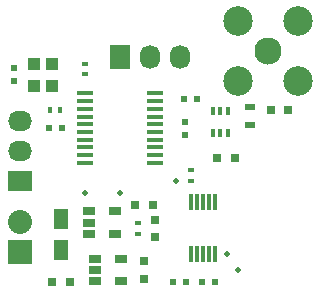
<source format=gts>
G04 #@! TF.FileFunction,Soldermask,Top*
%FSLAX46Y46*%
G04 Gerber Fmt 4.6, Leading zero omitted, Abs format (unit mm)*
G04 Created by KiCad (PCBNEW (after 2015-mar-04 BZR unknown)-product) date Sat 20 Jun 2015 01:48:00 AM EDT*
%MOMM*%
G01*
G04 APERTURE LIST*
%ADD10C,0.100000*%
%ADD11R,0.500000X0.600000*%
%ADD12R,0.800000X0.750000*%
%ADD13R,1.230000X1.800000*%
%ADD14R,0.750000X0.800000*%
%ADD15R,0.600000X0.500000*%
%ADD16R,0.797560X0.797560*%
%ADD17R,2.032000X2.032000*%
%ADD18O,2.032000X2.032000*%
%ADD19R,1.727200X2.032000*%
%ADD20O,1.727200X2.032000*%
%ADD21R,2.032000X1.727200*%
%ADD22O,2.032000X1.727200*%
%ADD23C,2.300000*%
%ADD24C,2.500000*%
%ADD25R,0.600000X0.400000*%
%ADD26R,0.400000X0.600000*%
%ADD27R,0.900000X0.500000*%
%ADD28C,0.508000*%
%ADD29R,1.000000X1.100000*%
%ADD30R,1.060000X0.650000*%
%ADD31R,1.450000X0.450000*%
%ADD32R,0.300000X1.400000*%
%ADD33R,0.398780X0.749300*%
G04 APERTURE END LIST*
D10*
D11*
X120000000Y-66950000D03*
X120000000Y-68050000D03*
D12*
X137250000Y-74500000D03*
X138750000Y-74500000D03*
X143250000Y-70500000D03*
X141750000Y-70500000D03*
D13*
X124000000Y-82310000D03*
X124000000Y-79690000D03*
D12*
X124750000Y-85000000D03*
X123250000Y-85000000D03*
D14*
X131000000Y-83250000D03*
X131000000Y-84750000D03*
D12*
X130250000Y-78500000D03*
X131750000Y-78500000D03*
D15*
X124050000Y-72000000D03*
X122950000Y-72000000D03*
D11*
X134500000Y-71450000D03*
X134500000Y-72550000D03*
D15*
X135950000Y-85000000D03*
X137050000Y-85000000D03*
X133450000Y-85000000D03*
X134550000Y-85000000D03*
X135550000Y-69500000D03*
X134450000Y-69500000D03*
D16*
X132000000Y-79750700D03*
X132000000Y-81249300D03*
D17*
X120500000Y-82500000D03*
D18*
X120500000Y-79960000D03*
D19*
X129000000Y-66000000D03*
D20*
X131540000Y-66000000D03*
X134080000Y-66000000D03*
D21*
X120500000Y-76500000D03*
D22*
X120500000Y-73960000D03*
X120500000Y-71420000D03*
D23*
X141500000Y-65500000D03*
D24*
X144040000Y-62960000D03*
X138960000Y-62960000D03*
X138960000Y-68040000D03*
X144040000Y-68040000D03*
D25*
X135000000Y-75550000D03*
X135000000Y-76450000D03*
X130500000Y-80950000D03*
X130500000Y-80050000D03*
D26*
X123050000Y-70500000D03*
X123950000Y-70500000D03*
D25*
X126000000Y-67450000D03*
X126000000Y-66550000D03*
D27*
X140000000Y-70250000D03*
X140000000Y-71750000D03*
D28*
X126000000Y-77500000D03*
X129000000Y-77500000D03*
X138950000Y-84000000D03*
X138050000Y-82700000D03*
X133750000Y-76450000D03*
D29*
X121750000Y-66550000D03*
X121750000Y-68450000D03*
X123250000Y-68450000D03*
X123250000Y-66550000D03*
D30*
X126400000Y-79050000D03*
X126400000Y-80000000D03*
X126400000Y-80950000D03*
X128600000Y-80950000D03*
X128600000Y-79050000D03*
X126900000Y-83050000D03*
X126900000Y-84000000D03*
X126900000Y-84950000D03*
X129100000Y-84950000D03*
X129100000Y-83050000D03*
D31*
X126050000Y-69075000D03*
X126050000Y-69725000D03*
X126050000Y-70375000D03*
X126050000Y-71025000D03*
X126050000Y-71675000D03*
X126050000Y-72325000D03*
X126050000Y-72975000D03*
X126050000Y-73625000D03*
X126050000Y-74275000D03*
X126050000Y-74925000D03*
X131950000Y-74925000D03*
X131950000Y-74275000D03*
X131950000Y-73625000D03*
X131950000Y-72975000D03*
X131950000Y-72325000D03*
X131950000Y-71675000D03*
X131950000Y-71025000D03*
X131950000Y-70375000D03*
X131950000Y-69725000D03*
X131950000Y-69075000D03*
D32*
X135000000Y-82700000D03*
X135500000Y-82700000D03*
X136000000Y-82700000D03*
X136500000Y-82700000D03*
X137000000Y-82700000D03*
X137000000Y-78300000D03*
X136500000Y-78300000D03*
X136000000Y-78300000D03*
X135500000Y-78300000D03*
X135000000Y-78300000D03*
D33*
X136849760Y-72449960D03*
X137500000Y-72449960D03*
X138150240Y-72449960D03*
X138150240Y-70550040D03*
X137500000Y-70550040D03*
X136849760Y-70550040D03*
M02*

</source>
